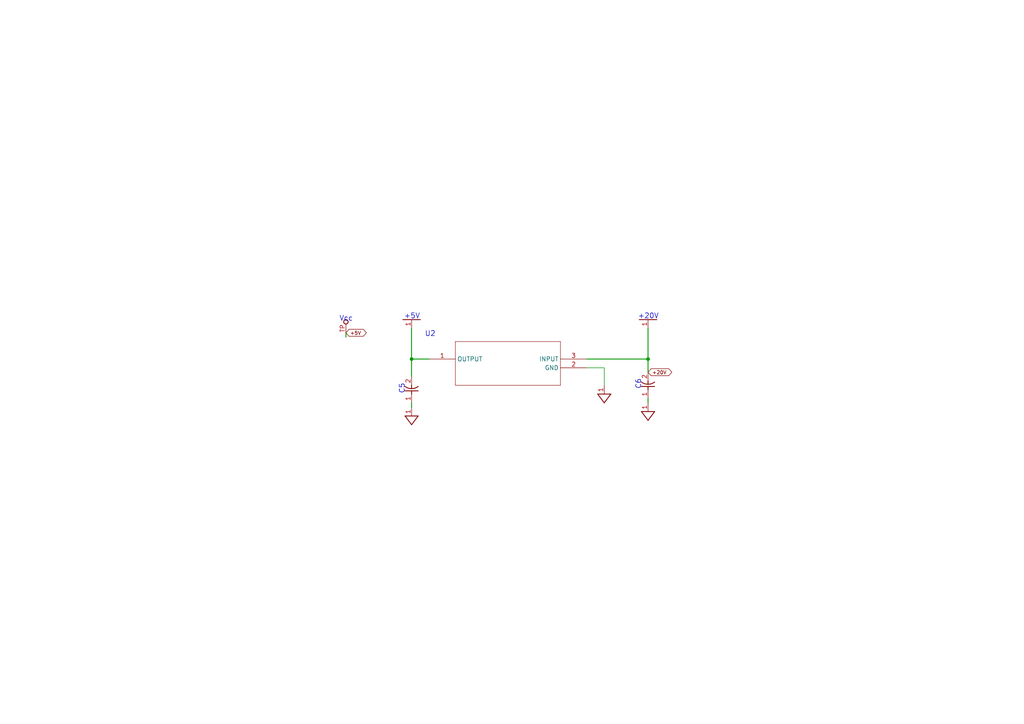
<source format=kicad_sch>
(kicad_sch (version 20231120) (generator "eeschema") (generator_version "8.0")
  (paper "A4")
  (lib_symbols
    (symbol "Clock Controller-eagle-import:+20V_35" (power)
      (symbol "+20V_35_1_0"
        (polyline (pts (xy -2.54 0) (xy 2.54 0)) (stroke (width 0.25)))
        (pin power_in line (at 0 -2.54 90) (length 2.54) (name "+5V") (number "1"))
      )
    )
    (symbol "Clock Controller-eagle-import:+5V" (power)
      (symbol "+5V_1_0"
        (polyline (pts (xy -2.54 0) (xy 2.54 0)) (stroke (width 0.25)))
        (pin power_in line (at 0 -2.54 90) (length 2.54) (name "+5V") (number "1"))
      )
    )
    (symbol "Clock Controller-eagle-import:AS78L05RTR-E1"
      (symbol "AS78L05RTR-E1_1_0"
        (polyline (pts (xy 7.62 -7.62) (xy 38.1 -7.62)) (stroke (width 0.127)))
        (polyline (pts (xy 7.62 5.08) (xy 7.62 -7.62)) (stroke (width 0.127)))
        (polyline (pts (xy 38.1 -7.62) (xy 38.1 5.08)) (stroke (width 0.127)))
        (polyline (pts (xy 38.1 5.08) (xy 7.62 5.08)) (stroke (width 0.127)))
        (pin power_out line (at 0 0 0) (length 7.62) (name "OUTPUT") (number "1"))
        (pin bidirectional line (at 45.72 -2.54 180) (length 7.62) (name "GND") (number "2"))
        (pin power_in line (at 45.72 0 180) (length 7.62) (name "INPUT") (number "3"))
      )
    )
    (symbol "Clock Controller-eagle-import:CAP_0805"
      (symbol "CAP_0805_1_0"
        (polyline (pts (xy -1.27 0) (xy -0.33 0)) (stroke (width 0.25)))
        (polyline (pts (xy -0.33 -1.905) (xy -0.33 1.905)) (stroke (width 0.25)))
        (polyline (pts (xy 0.305 0) (xy 1.27 0)) (stroke (width 0.25)))
        (arc (start 0.944 1.911) (mid 0.3044 0.0001) (end 0.9439 -1.9109) (stroke (width 0.254)))
        (pin passive line (at -3.81 0 0) (length 2.54) (name "1") (number "1"))
        (pin passive line (at 3.81 0 180) (length 2.54) (name "2") (number "2"))
      )
    )
    (symbol "Clock Controller-eagle-import:GND_DIGITAL" (power)
      (symbol "GND_DIGITAL_1_0"
        (polyline (pts (xy -1.905 1.27) (xy 0 -1.27)) (stroke (width 0.25)))
        (polyline (pts (xy -1.905 1.27) (xy 1.905 1.27)) (stroke (width 0.25)))
        (polyline (pts (xy 0 -1.27) (xy 1.905 1.27)) (stroke (width 0.25)))
        (pin power_in line (at 0 3.81 270) (length 2.54) (name "GNDD") (number "1"))
      )
    )
    (symbol "Clock Controller-eagle-import:TP_1.25MM"
      (symbol "TP_1.25MM_1_0"
        (circle (center 0 0.635) (radius 0.635) (stroke (width 0.254)))
        (pin passive line (at 0 -2.54 90) (length 2.54) (name "TP") (number "TP"))
      )
    )
  )
  (junction (at 119.38 104.14))
  (junction (at 187.96 104.14))
  (wire (pts (xy 119.38 95.25) (xy 119.38 104.14)) (stroke (width 0.25)))
  (wire (pts (xy 119.38 104.14) (xy 124.46 104.14)) (stroke (width 0.25)))
  (wire (pts (xy 100.33 96.52) (xy 100.33 97.79)) (stroke (width 0.25)))
  (wire (pts (xy 187.96 115.57) (xy 187.96 116.84)) (stroke (width 0.25)))
  (wire (pts (xy 170.18 106.68) (xy 175.26 106.68)))
  (wire (pts (xy 175.26 106.68) (xy 175.26 111.76)))
  (wire (pts (xy 187.96 107.95) (xy 187.96 104.14)) (stroke (width 0.25)))
  (wire (pts (xy 119.38 109.22) (xy 119.38 104.14)) (stroke (width 0.25)))
  (wire (pts (xy 187.96 104.14) (xy 187.96 95.25)) (stroke (width 0.25)))
  (wire (pts (xy 119.38 116.84) (xy 119.38 118.11)) (stroke (width 0.25)))
  (wire (pts (xy 170.18 104.14) (xy 187.96 104.14)) (stroke (width 0.25)))
  (text "+20V" (at 184.994 92.65 0) (effects (font (size 1.48 1.48)) (justify left bottom)))
  (text "C6" (at 186.049 113.015 90) (effects (font (size 1.48 1.48)) (justify left bottom)))
  (text "Vcc" (at 98.401 93.345 0) (effects (font (size 1.48 1.48)) (justify left bottom)))
  (text "C5" (at 117.469 114.322 90) (effects (font (size 1.48 1.48)) (justify left bottom)))
  (text "U2" (at 123.204 97.79 0) (effects (font (size 1.48 1.48)) (justify left bottom)))
  (text "+5V" (at 117.16 92.65 0) (effects (font (size 1.48 1.48)) (justify left bottom)))
  (global_label "+20V" (shape bidirectional) (at 187.96 107.95 0) (effects (font (size 1.016 1.016))) (property "Intersheetrefs" "${INTERSHEET_REFS}" (effects (hide yes))))
  (global_label "+5V" (shape bidirectional) (at 100.33 96.52 0) (effects (font (size 1.016 1.016))) (property "Intersheetrefs" "${INTERSHEET_REFS}" (effects (hide yes))))
  (symbol (lib_id "Clock Controller-eagle-import:TP_1.25MM") (at 100.33 93.98 0) (unit 1)
    (property "Reference" "Vcc0" (effects (hide yes)))
    (property "Value" "Most Density" (effects (hide yes)))
    (property "Footprint" "Clock Controller:TP_1.25MM" (effects (hide yes)))
  )
  (symbol (lib_id "Clock Controller-eagle-import:+20V_35") (at 187.96 92.71 0) (unit 1)
    (property "Reference" "#NetPort029" (effects (hide yes)))
    (property "Value" "+20V_35" (effects (hide yes)))
  )
  (symbol (lib_id "Clock Controller-eagle-import:+5V") (at 119.38 92.71 0) (unit 1)
    (property "Reference" "#NetPort028" (effects (hide yes)))
    (property "Value" "+5V" (effects (hide yes)))
  )
  (symbol (lib_id "Clock Controller-eagle-import:GND_DIGITAL") (at 119.38 121.92 0) (unit 1)
    (property "Reference" "#NetPort037" (effects (hide yes)))
    (property "Value" "GND_DIGITAL" (effects (hide yes)))
  )
  (symbol (lib_id "Clock Controller-eagle-import:GND_DIGITAL") (at 175.26 115.57 0) (unit 1)
    (property "Reference" "#NetPort027" (effects (hide yes)))
    (property "Value" "GND_DIGITAL" (effects (hide yes)))
  )
  (symbol (lib_id "Clock Controller-eagle-import:CAP_0805") (at 187.96 111.76 90) (unit 1)
    (property "Reference" "C6" (effects (hide yes)))
    (property "Value" "100nF" (effects (hide yes)))
    (property "Footprint" "Clock Controller:CAP_0805" (effects (hide yes)))
  )
  (symbol (lib_id "Clock Controller-eagle-import:CAP_0805") (at 119.38 113.03 90) (unit 1)
    (property "Reference" "C5" (effects (hide yes)))
    (property "Value" "100nF" (effects (hide yes)))
    (property "Footprint" "Clock Controller:CAP_0805" (effects (hide yes)))
  )
  (symbol (lib_id "Clock Controller-eagle-import:GND_DIGITAL") (at 187.96 120.65 0) (unit 1)
    (property "Reference" "#NetPort016" (effects (hide yes)))
    (property "Value" "GND_DIGITAL" (effects (hide yes)))
  )
  (symbol (lib_id "Clock Controller-eagle-import:AS78L05RTR-E1") (at 124.46 104.14 0) (unit 1)
    (property "Reference" "U2" (effects (hide yes)))
    (property "Value" "AS78L05RTR-E1" (effects (hide yes)))
    (property "Footprint" "Clock Controller:DIODES_SOT89" (effects (hide yes)))
  )
)
</source>
